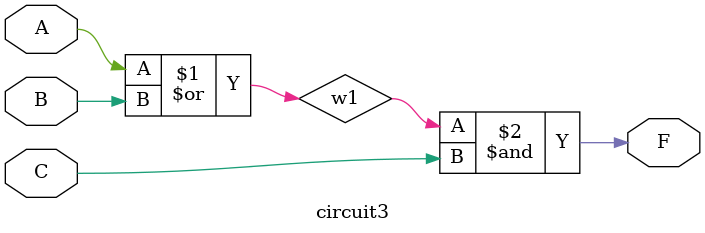
<source format=v>
module circuit3(
    input A,
    input B,
    input C,
    output F
);
    wire w1;
    or (w1, A, B);  // w1 = A OR B
    and (F, w1, C); // F = w1 AND C
endmodule

</source>
